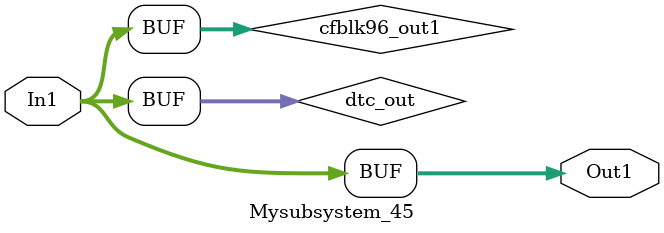
<source format=v>



`timescale 1 ns / 1 ns

module Mysubsystem_45
          (In1,
           Out1);


  input   [7:0] In1;  // uint8
  output  [7:0] Out1;  // uint8


  wire [7:0] dtc_out;  // ufix8
  wire [7:0] cfblk96_out1;  // uint8


  assign dtc_out = In1;



  assign cfblk96_out1 = dtc_out;



  assign Out1 = cfblk96_out1;

endmodule  // Mysubsystem_45


</source>
